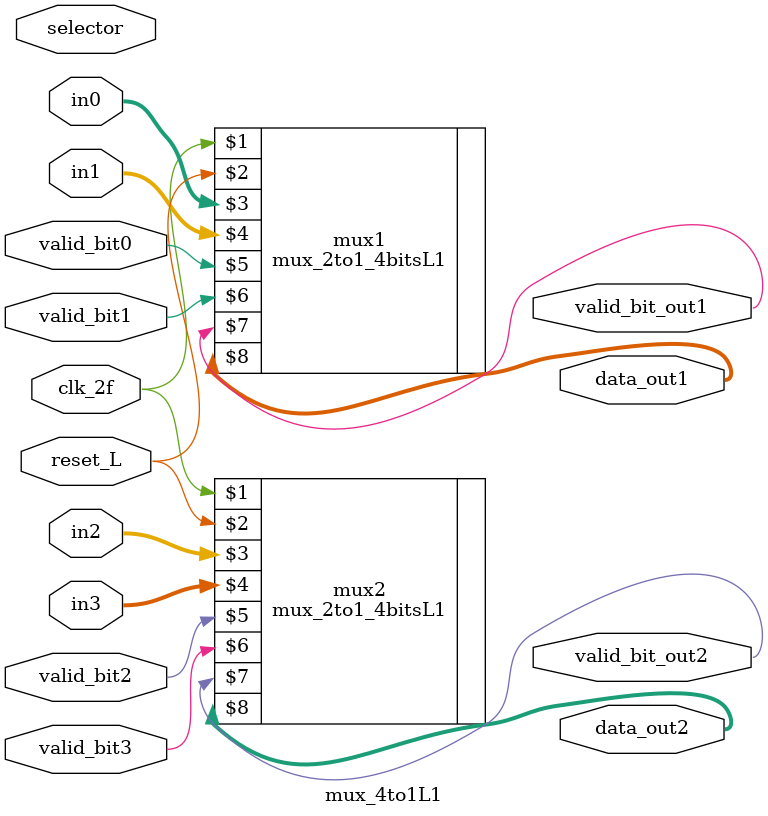
<source format=v>
`include "Mux2a1_ochobitsL1.v"
module mux_4to1L1 (
	input clk_2f,
	input selector,
	input reset_L,
	input [7:0] in0,
	input [7:0] in1,
	input [7:0] in2,
	input [7:0] in3,
	input valid_bit0,
	input valid_bit1,
	input valid_bit2,
	input valid_bit3,
	output wire valid_bit_out1,
	output wire valid_bit_out2,
	output wire [7:0] data_out1,
	output wire [7:0] data_out2
	);
	/*wire valid_bit_mux1;
	wire valid_bit_mux2;
	wire [7:0] outMux1;
	wire [7:0] outMux2;*/
	//Logica para L1: MUX DE 4 A 2
  	mux_2to1_4bitsL1  mux1 (clk_2f,reset_L,in0[7:0],in1[7:0],valid_bit0,valid_bit1,valid_bit_out1,data_out1[7:0]);
	mux_2to1_4bitsL1  mux2 (clk_2f,reset_L,in2[7:0],in3[7:0],valid_bit2,valid_bit3,valid_bit_out2,data_out2[7:0]);
endmodule

</source>
